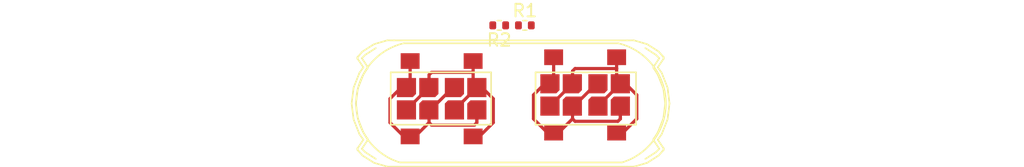
<source format=kicad_pcb>
(kicad_pcb (version 20221018) (generator pcbnew)
  (layers (0 "F.Cu" signal) (31 "B.Cu" signal) (34 "B.Paste" user) (35 "F.Paste" user) (36 "B.SilkS" user "B.Silkscreen") (37 "F.SilkS" user "F.Silkscreen") (38 "B.Mask" user) (39 "F.Mask" user) (44 "Edge.Cuts" user))
  (net 0 "")
  (net 1 "gnd")
  (net 2 "start")
  (net 3 "select")
  (net 4 "vcc")
  (footprint "lib:GBC_START_SELECT_BUTTON" (layer "F.Cu") (at 168.402 77.724 90)
    (fp_text reference "U3" hide)
    (fp_text value "" hide)
    (fp_line (start -3.25 2.75) (end -1.9 4.1) (stroke (width 0.254)) (layer "F.Cu"))
    (fp_line (start -3 -3) (end -3 -2.9) (stroke (width 0.254)) (layer "F.Cu"))
    (fp_line (start -2.9 -2) (end -3 -2) (stroke (width 0.254)) (layer "F.Cu"))
    (fp_line (start -2.1 -0.8) (end -1.9 -1) (stroke (width 0.254)) (layer "F.Cu"))
    (fp_line (start -2.1 2.6) (end -2.1 -0.8) (stroke (width 0.254)) (layer "F.Cu"))
    (fp_line (start -1.9 -4.1) (end -3 -3) (stroke (width 0.254)) (layer "F.Cu"))
    (fp_line (start -1.9 -4.1) (end 0 -4.1) (stroke (width 0.254)) (layer "F.Cu"))
    (fp_line (start -1.9 -1) (end -2.9 -2) (stroke (width 0.254)) (layer "F.Cu"))
    (fp_line (start -1.9 -1) (end -1 -1) (stroke (width 0.254)) (layer "F.Cu"))
    (fp_line (start -1.9 2.8) (end -2.1 2.6) (stroke (width 0.254)) (layer "F.Cu"))
    (fp_line (start -1.9 4.1) (end 0 4.1) (stroke (width 0.254)) (layer "F.Cu"))
    (fp_line (start -1.397 2.794) (end -1.905 2.794) (stroke (width 0.254)) (layer "F.Cu"))
    (fp_line (start -0.9 2.8) (end -1.9 2.8) (stroke (width 0.254)) (layer "F.Cu"))
    (fp_line (start 0 -4.1) (end 1.1 -3) (stroke (width 0.254)) (layer "F.Cu"))
    (fp_line (start 0 4.1) (end 0.9 3.2) (stroke (width 0.254)) (layer "F.Cu"))
    (fp_line (start 0.3302 0.3302) (end -0.4318 -0.4318) (stroke (width 0.254)) (layer "F.Cu"))
    (fp_line (start 0.381 -1.524) (end -0.381 -2.286) (stroke (width 0.254)) (layer "F.Cu"))
    (fp_line (start 0.381 2.286) (end -0.381 1.524) (stroke (width 0.254)) (layer "F.Cu"))
    (fp_line (start 0.9 3.2) (end 0.9 2.8) (stroke (width 0.254)) (layer "F.Cu"))
    (fp_line (start 1 3.25) (end 1 3) (stroke (width 0.254)) (layer "F.Cu"))
    (fp_line (start 1.9 -1) (end 0.9 -1) (stroke (width 0.254)) (layer "F.Cu"))
    (fp_line (start 2.1 -0.8) (end 1.9 -1) (stroke (width 0.254)) (layer "F.Cu"))
    (fp_line (start 2.1 -0.8) (end 2.1 2.5) (stroke (width 0.254)) (layer "F.Cu"))
    (fp_line (start 2.1 2.5) (end 1.2 2.5) (stroke (width 0.254)) (layer "F.Cu"))
    (fp_line (start 2.1 2.5) (end 3 2.5) (stroke (width 0.254)) (layer "F.Cu"))
    (fp_line (start 3 -2.5) (end 0.9 -2.5) (stroke (width 0.254)) (layer "F.Cu"))
    (fp_poly (pts (xy -3.625 3.25) (xy -2.375 3.25) (xy -2.375 1.75) (xy -3.625 1.75)) (fill solid) (layer "F.Cu"))
    (fp_poly (pts (xy -0.127 -2.032) (xy -0.127 -3.556) (xy -1.651 -3.556) (xy -1.651 -2.032)) (fill solid) (layer "F.Cu"))
    (fp_poly (pts (xy 1.651 3.556) (xy 1.651 2.032) (xy 0.127 2.032) (xy 0.127 3.556)) (fill solid) (layer "F.Cu"))
    (fp_poly (pts (xy -0.127 -1.524) (xy -0.127 -0.254) (xy -1.651 -0.254) (xy -1.651 -1.778) (xy -0.381 -1.778)) (fill solid) (layer "F.Cu"))
    (fp_poly (pts (xy -0.127 0.508) (xy -0.127 1.778) (xy -1.651 1.778) (xy -1.651 0.254) (xy -0.381 0.254)) (fill solid) (layer "F.Cu"))
    (fp_poly (pts (xy -0.127 2.286) (xy -0.127 3.556) (xy -1.651 3.556) (xy -1.651 2.032) (xy -0.381 2.032)) (fill solid) (layer "F.Cu"))
    (fp_poly (pts (xy 1.651 -2.032) (xy 0.381 -2.032) (xy 0.127 -2.286) (xy 0.127 -3.556) (xy 1.651 -3.556)) (fill solid) (layer "F.Cu"))
    (fp_poly (pts (xy 1.651 -0.254) (xy 0.381 -0.254) (xy 0.127 -0.508) (xy 0.127 -1.778) (xy 1.651 -1.778)) (fill solid) (layer "F.Cu"))
    (fp_poly (pts (xy 1.651 1.778) (xy 0.381 1.778) (xy 0.127 1.524) (xy 0.127 0.254) (xy 1.651 0.254)) (fill solid) (layer "F.Cu"))
    (pad "1" smd rect (at -3 -2.5 90) (size 1.25 1.5) (layers "F.Cu" "F.Paste" "F.Mask") (net 3 "select"))
    (pad "2" smd rect (at 0 4.07 90) (size 0.05 0.05) (layers "F.Cu") (net 4 "vcc"))
    (pad "3" smd rect (at 3 -2.5 90) (size 1.25 1.5) (layers "F.Cu" "F.Paste" "F.Mask") (net 3 "select"))
    (pad "4" smd rect (at 3 2.5 90) (size 1.25 1.5) (layers "F.Cu" "F.Paste" "F.Mask") (net 4 "vcc"))
  )
  (footprint "lib:GBC_START_SELECT_BUTTON" (layer "F.Cu") (at 179.792 77.422 90)
    (fp_text reference "U2" hide)
    (fp_text value "" hide)
    (fp_line (start -3.25 2.75) (end -1.9 4.1) (stroke (width 0.254)) (layer "F.Cu"))
    (fp_line (start -3 -3) (end -3 -2.9) (stroke (width 0.254)) (layer "F.Cu"))
    (fp_line (start -2.9 -2) (end -3 -2) (stroke (width 0.254)) (layer "F.Cu"))
    (fp_line (start -2.1 -0.8) (end -1.9 -1) (stroke (width 0.254)) (layer "F.Cu"))
    (fp_line (start -2.1 2.6) (end -2.1 -0.8) (stroke (width 0.254)) (layer "F.Cu"))
    (fp_line (start -1.9 -4.1) (end -3 -3) (stroke (width 0.254)) (layer "F.Cu"))
    (fp_line (start -1.9 -4.1) (end 0 -4.1) (stroke (width 0.254)) (layer "F.Cu"))
    (fp_line (start -1.9 -1) (end -2.9 -2) (stroke (width 0.254)) (layer "F.Cu"))
    (fp_line (start -1.9 -1) (end -1 -1) (stroke (width 0.254)) (layer "F.Cu"))
    (fp_line (start -1.9 2.8) (end -2.1 2.6) (stroke (width 0.254)) (layer "F.Cu"))
    (fp_line (start -1.9 4.1) (end 0 4.1) (stroke (width 0.254)) (layer "F.Cu"))
    (fp_line (start -1.397 2.794) (end -1.905 2.794) (stroke (width 0.254)) (layer "F.Cu"))
    (fp_line (start -0.9 2.8) (end -1.9 2.8) (stroke (width 0.254)) (layer "F.Cu"))
    (fp_line (start 0 -4.1) (end 1.1 -3) (stroke (width 0.254)) (layer "F.Cu"))
    (fp_line (start 0 4.1) (end 0.9 3.2) (stroke (width 0.254)) (layer "F.Cu"))
    (fp_line (start 0.3302 0.3302) (end -0.4318 -0.4318) (stroke (width 0.254)) (layer "F.Cu"))
    (fp_line (start 0.381 -1.524) (end -0.381 -2.286) (stroke (width 0.254)) (layer "F.Cu"))
    (fp_line (start 0.381 2.286) (end -0.381 1.524) (stroke (width 0.254)) (layer "F.Cu"))
    (fp_line (start 0.9 3.2) (end 0.9 2.8) (stroke (width 0.254)) (layer "F.Cu"))
    (fp_line (start 1 3.25) (end 1 3) (stroke (width 0.254)) (layer "F.Cu"))
    (fp_line (start 1.9 -1) (end 0.9 -1) (stroke (width 0.254)) (layer "F.Cu"))
    (fp_line (start 2.1 -0.8) (end 1.9 -1) (stroke (width 0.254)) (layer "F.Cu"))
    (fp_line (start 2.1 -0.8) (end 2.1 2.5) (stroke (width 0.254)) (layer "F.Cu"))
    (fp_line (start 2.1 2.5) (end 1.2 2.5) (stroke (width 0.254)) (layer "F.Cu"))
    (fp_line (start 2.1 2.5) (end 3 2.5) (stroke (width 0.254)) (layer "F.Cu"))
    (fp_line (start 3 -2.5) (end 0.9 -2.5) (stroke (width 0.254)) (layer "F.Cu"))
    (fp_poly (pts (xy -3.625 3.25) (xy -2.375 3.25) (xy -2.375 1.75) (xy -3.625 1.75)) (fill solid) (layer "F.Cu"))
    (fp_poly (pts (xy -0.127 -2.032) (xy -0.127 -3.556) (xy -1.651 -3.556) (xy -1.651 -2.032)) (fill solid) (layer "F.Cu"))
    (fp_poly (pts (xy 1.651 3.556) (xy 1.651 2.032) (xy 0.127 2.032) (xy 0.127 3.556)) (fill solid) (layer "F.Cu"))
    (fp_poly (pts (xy -0.127 -1.524) (xy -0.127 -0.254) (xy -1.651 -0.254) (xy -1.651 -1.778) (xy -0.381 -1.778)) (fill solid) (layer "F.Cu"))
    (fp_poly (pts (xy -0.127 0.508) (xy -0.127 1.778) (xy -1.651 1.778) (xy -1.651 0.254) (xy -0.381 0.254)) (fill solid) (layer "F.Cu"))
    (fp_poly (pts (xy -0.127 2.286) (xy -0.127 3.556) (xy -1.651 3.556) (xy -1.651 2.032) (xy -0.381 2.032)) (fill solid) (layer "F.Cu"))
    (fp_poly (pts (xy 1.651 -2.032) (xy 0.381 -2.032) (xy 0.127 -2.286) (xy 0.127 -3.556) (xy 1.651 -3.556)) (fill solid) (layer "F.Cu"))
    (fp_poly (pts (xy 1.651 -0.254) (xy 0.381 -0.254) (xy 0.127 -0.508) (xy 0.127 -1.778) (xy 1.651 -1.778)) (fill solid) (layer "F.Cu"))
    (fp_poly (pts (xy 1.651 1.778) (xy 0.381 1.778) (xy 0.127 1.524) (xy 0.127 0.254) (xy 1.651 0.254)) (fill solid) (layer "F.Cu"))
    (pad "1" smd rect (at -3 -2.5 90) (size 1.25 1.5) (layers "F.Cu" "F.Paste" "F.Mask") (net 2 "start"))
    (pad "2" smd rect (at 0 4.07 90) (size 0.05 0.05) (layers "F.Cu") (net 4 "vcc"))
    (pad "3" smd rect (at 3 -2.5 90) (size 1.25 1.5) (layers "F.Cu" "F.Paste" "F.Mask") (net 2 "start"))
    (pad "4" smd rect (at 3 2.5 90) (size 1.25 1.5) (layers "F.Cu" "F.Paste" "F.Mask") (net 4 "vcc"))
  )
  (footprint "lib:R0402" (layer "F.Cu") (at 175.008 71.882)
    (fp_text reference "R1" (at 0 -1.17) (layer "F.SilkS"))
    (fp_text value "62.5mW Thick Film Resistors 50V ±100ppm/℃ ±1% 10kΩ 0402  Chip Resistor - Surface Mount ROHS")
    (fp_line (start -0.153641 -0.38) (end 0.153641 -0.38) (stroke (width 0.12)) (layer "F.SilkS"))
    (fp_line (start -0.153641 0.38) (end 0.153641 0.38) (stroke (width 0.12)) (layer "F.SilkS"))
    (pad "1" smd roundrect (at -0.51 0) (size 0.54 0.64) (layers "F.Cu" "F.Paste" "F.Mask") (net 1 "gnd"))
    (pad "2" smd roundrect (at 0.51 0) (size 0.54 0.64) (layers "F.Cu" "F.Paste" "F.Mask") (net 2 "start"))
  )
  (footprint "lib:GAMEBOY_COLOR_START_SELECT_MEMBRANE" (layer "F.Cu") (at 173.6252 77.7419)
    (fp_text reference "U1" hide)
    (fp_text value "" hide)
    (fp_line (start -12.3687 0.363) (end -12.2528 -0.562) (stroke (width 0.127)) (layer "F.SilkS"))
    (fp_line (start -12.2528 -0.562) (end -12.2105 -0.8996) (stroke (width 0.127)) (layer "F.SilkS"))
    (fp_line (start -12.2528 1.288) (end -12.3687 0.363) (stroke (width 0.127)) (layer "F.SilkS"))
    (fp_line (start -12.2105 -0.8996) (end -11.7457 -2.0841) (stroke (width 0.127)) (layer "F.SilkS"))
    (fp_line (start -12.2105 1.6256) (end -12.2528 1.288) (stroke (width 0.127)) (layer "F.SilkS"))
    (fp_line (start -12.025 0.363) (end -11.9843 0.688) (stroke (width 0.127)) (layer "F.SilkS"))
    (fp_line (start -11.9843 0.038) (end -12.025 0.363) (stroke (width 0.127)) (layer "F.SilkS"))
    (fp_line (start -11.9843 0.688) (end -11.8775 1.5408) (stroke (width 0.127)) (layer "F.SilkS"))
    (fp_line (start -11.9124 -3.2301) (end -11.9041 -3.2717) (stroke (width 0.127)) (layer "F.SilkS"))
    (fp_line (start -11.9124 3.9561) (end -11.8998 3.9372) (stroke (width 0.127)) (layer "F.SilkS"))
    (fp_line (start -11.9071 -3.3141) (end -11.8922 -3.3313) (stroke (width 0.127)) (layer "F.SilkS"))
    (fp_line (start -11.9071 4.0401) (end -11.9041 3.9977) (stroke (width 0.127)) (layer "F.SilkS"))
    (fp_line (start -11.9041 -3.2717) (end -11.9071 -3.3141) (stroke (width 0.127)) (layer "F.SilkS"))
    (fp_line (start -11.9041 3.9977) (end -11.9124 3.9561) (stroke (width 0.127)) (layer "F.SilkS"))
    (fp_line (start -11.8998 -3.2112) (end -11.9124 -3.2301) (stroke (width 0.127)) (layer "F.SilkS"))
    (fp_line (start -11.8998 3.9372) (end -11.8982 3.9145) (stroke (width 0.127)) (layer "F.SilkS"))
    (fp_line (start -11.8982 -3.1885) (end -11.8998 -3.2112) (stroke (width 0.127)) (layer "F.SilkS"))
    (fp_line (start -11.8982 3.9145) (end -11.8661 3.8866) (stroke (width 0.127)) (layer "F.SilkS"))
    (fp_line (start -11.8922 -3.3313) (end -11.8877 -3.3535) (stroke (width 0.127)) (layer "F.SilkS"))
    (fp_line (start -11.8922 4.0573) (end -11.9071 4.0401) (stroke (width 0.127)) (layer "F.SilkS"))
    (fp_line (start -11.8877 -3.3535) (end -11.8524 -3.3771) (stroke (width 0.127)) (layer "F.SilkS"))
    (fp_line (start -11.8877 4.0795) (end -11.8922 4.0573) (stroke (width 0.127)) (layer "F.SilkS"))
    (fp_line (start -11.8775 -0.8148) (end -11.9843 0.038) (stroke (width 0.127)) (layer "F.SilkS"))
    (fp_line (start -11.8775 1.5408) (end -11.7805 1.788) (stroke (width 0.127)) (layer "F.SilkS"))
    (fp_line (start -11.8661 -3.1606) (end -11.8982 -3.1885) (stroke (width 0.127)) (layer "F.SilkS"))
    (fp_line (start -11.8661 3.8866) (end -11.4358 3.2413) (stroke (width 0.127)) (layer "F.SilkS"))
    (fp_line (start -11.8524 -3.3771) (end -11.8221 -3.412) (stroke (width 0.127)) (layer "F.SilkS"))
    (fp_line (start -11.8524 4.1031) (end -11.8877 4.0795) (stroke (width 0.127)) (layer "F.SilkS"))
    (fp_line (start -11.8221 -3.412) (end -11.5087 -3.773) (stroke (width 0.127)) (layer "F.SilkS"))
    (fp_line (start -11.8221 4.138) (end -11.8524 4.1031) (stroke (width 0.127)) (layer "F.SilkS"))
    (fp_line (start -11.7805 1.788) (end -11.4862 2.538) (stroke (width 0.127)) (layer "F.SilkS"))
    (fp_line (start -11.7457 -2.0841) (end -11.4358 -2.5153) (stroke (width 0.127)) (layer "F.SilkS"))
    (fp_line (start -11.7457 2.8101) (end -12.2105 1.6256) (stroke (width 0.127)) (layer "F.SilkS"))
    (fp_line (start -11.5556 -3.2428) (end -11.1399 -2.6193) (stroke (width 0.127)) (layer "F.SilkS"))
    (fp_line (start -11.5556 3.9688) (end -11.2843 4.2395) (stroke (width 0.127)) (layer "F.SilkS"))
    (fp_line (start -11.5087 -3.773) (end -10.5913 -4.3606) (stroke (width 0.127)) (layer "F.SilkS"))
    (fp_line (start -11.5087 4.499) (end -11.8221 4.138) (stroke (width 0.127)) (layer "F.SilkS"))
    (fp_line (start -11.4862 2.538) (end -11.4439 2.6458) (stroke (width 0.127)) (layer "F.SilkS"))
    (fp_line (start -11.4439 -1.9197) (end -11.8775 -0.8148) (stroke (width 0.127)) (layer "F.SilkS"))
    (fp_line (start -11.4439 2.6458) (end -11.1402 3.1292) (stroke (width 0.127)) (layer "F.SilkS"))
    (fp_line (start -11.4358 -2.5153) (end -11.8661 -3.1606) (stroke (width 0.127)) (layer "F.SilkS"))
    (fp_line (start -11.4358 3.2413) (end -11.7457 2.8101) (stroke (width 0.127)) (layer "F.SilkS"))
    (fp_line (start -11.2843 -3.5135) (end -11.5556 -3.2428) (stroke (width 0.127)) (layer "F.SilkS"))
    (fp_line (start -11.2843 4.2395) (end -10.4493 4.7743) (stroke (width 0.127)) (layer "F.SilkS"))
    (fp_line (start -11.1402 -2.4032) (end -11.4439 -1.9197) (stroke (width 0.127)) (layer "F.SilkS"))
    (fp_line (start -11.1402 3.1292) (end -11.1143 3.1465) (stroke (width 0.127)) (layer "F.SilkS"))
    (fp_line (start -11.1399 -2.6193) (end -11.1112 -2.5987) (stroke (width 0.127)) (layer "F.SilkS"))
    (fp_line (start -11.1399 3.3453) (end -11.5556 3.9688) (stroke (width 0.127)) (layer "F.SilkS"))
    (fp_line (start -11.1143 -2.4204) (end -11.1402 -2.4032) (stroke (width 0.127)) (layer "F.SilkS"))
    (fp_line (start -11.1143 3.1465) (end -11.1084 3.176) (stroke (width 0.127)) (layer "F.SilkS"))
    (fp_line (start -11.1112 -2.5987) (end -11.1063 -2.569) (stroke (width 0.127)) (layer "F.SilkS"))
    (fp_line (start -11.1112 3.3247) (end -11.1399 3.3453) (stroke (width 0.127)) (layer "F.SilkS"))
    (fp_line (start -11.1084 -2.45) (end -11.1143 -2.4204) (stroke (width 0.127)) (layer "F.SilkS"))
    (fp_line (start -11.1084 3.176) (end -11.0908 3.2004) (stroke (width 0.127)) (layer "F.SilkS"))
    (fp_line (start -11.1063 -2.569) (end -11.0896 -2.5439) (stroke (width 0.127)) (layer "F.SilkS"))
    (fp_line (start -11.1063 3.295) (end -11.1112 3.3247) (stroke (width 0.127)) (layer "F.SilkS"))
    (fp_line (start -11.0965 -2.5093) (end -11.0908 -2.4744) (stroke (width 0.127)) (layer "F.SilkS"))
    (fp_line (start -11.0965 3.2353) (end -11.0896 3.2699) (stroke (width 0.127)) (layer "F.SilkS"))
    (fp_line (start -11.0908 -2.4744) (end -11.1084 -2.45) (stroke (width 0.127)) (layer "F.SilkS"))
    (fp_line (start -11.0908 3.2004) (end -11.0965 3.2353) (stroke (width 0.127)) (layer "F.SilkS"))
    (fp_line (start -11.0896 -2.5439) (end -11.0965 -2.5093) (stroke (width 0.127)) (layer "F.SilkS"))
    (fp_line (start -11.0896 3.2699) (end -11.1063 3.295) (stroke (width 0.127)) (layer "F.SilkS"))
    (fp_line (start -10.5922 5.086) (end -11.5087 4.499) (stroke (width 0.127)) (layer "F.SilkS"))
    (fp_line (start -10.5922 5.086) (end -9.521 5.39) (stroke (width 0.127)) (layer "F.SilkS"))
    (fp_line (start -10.5913 -4.3606) (end -10.5865 -4.362) (stroke (width 0.127)) (layer "F.SilkS"))
    (fp_line (start -10.5865 -4.362) (end -9.5453 -4.6654) (stroke (width 0.127)) (layer "F.SilkS"))
    (fp_line (start -10.4493 -4.0483) (end -11.2843 -3.5135) (stroke (width 0.127)) (layer "F.SilkS"))
    (fp_line (start -9.5453 -4.6654) (end -9.0006 -4.664) (stroke (width 0.127)) (layer "F.SilkS"))
    (fp_line (start -9.267859 -2.120859) (end -1.295 -2.120859) (stroke (width 0.127)) (layer "F.SilkS"))
    (fp_line (start -9.267859 2.052) (end -9.267859 -2.120859) (stroke (width 0.127)) (layer "F.SilkS"))
    (fp_line (start -9.0006 -4.664) (end 9.4986 -4.664) (stroke (width 0.127)) (layer "F.SilkS"))
    (fp_line (start -8.243709 -4.431131) (end 8.803709 -4.431131) (stroke (width 0.127)) (layer "F.SilkS"))
    (fp_line (start -1.295 -2.120859) (end -1.295 2.052) (stroke (width 0.127)) (layer "F.SilkS"))
    (fp_line (start -1.295 2.052) (end -9.267859 2.052) (stroke (width 0.127)) (layer "F.SilkS"))
    (fp_line (start 2.23214 -2.120859) (end 10.205 -2.120859) (stroke (width 0.127)) (layer "F.SilkS"))
    (fp_line (start 2.23214 2.052) (end 2.23214 -2.120859) (stroke (width 0.127)) (layer "F.SilkS"))
    (fp_line (start 9.101409 5.053681) (end -8.541409 5.053681) (stroke (width 0.127)) (layer "F.SilkS"))
    (fp_line (start 9.4986 -4.664) (end 10.0433 -4.6654) (stroke (width 0.127)) (layer "F.SilkS"))
    (fp_line (start 9.4986 5.39) (end -9.521 5.39) (stroke (width 0.127)) (layer "F.SilkS"))
    (fp_line (start 10.0433 -4.6654) (end 11.0845 -4.362) (stroke (width 0.127)) (layer "F.SilkS"))
    (fp_line (start 10.0433 5.3914) (end 9.4986 5.39) (stroke (width 0.127)) (layer "F.SilkS"))
    (fp_line (start 10.205 -2.120859) (end 10.205 2.052) (stroke (width 0.127)) (layer "F.SilkS"))
    (fp_line (start 10.205 2.052) (end 2.23214 2.052) (stroke (width 0.127)) (layer "F.SilkS"))
    (fp_line (start 10.9473 4.7743) (end 11.7823 4.2395) (stroke (width 0.127)) (layer "F.SilkS"))
    (fp_line (start 11.0845 -4.362) (end 11.0893 -4.3606) (stroke (width 0.127)) (layer "F.SilkS"))
    (fp_line (start 11.0845 5.088) (end 10.0433 5.3914) (stroke (width 0.127)) (layer "F.SilkS"))
    (fp_line (start 11.0893 -4.3606) (end 12.0067 -3.773) (stroke (width 0.127)) (layer "F.SilkS"))
    (fp_line (start 11.0893 5.0866) (end 11.0845 5.088) (stroke (width 0.127)) (layer "F.SilkS"))
    (fp_line (start 11.5876 -2.5439) (end 11.6043 -2.569) (stroke (width 0.127)) (layer "F.SilkS"))
    (fp_line (start 11.5876 3.2699) (end 11.5945 3.2353) (stroke (width 0.127)) (layer "F.SilkS"))
    (fp_line (start 11.5888 -2.4744) (end 11.5945 -2.5093) (stroke (width 0.127)) (layer "F.SilkS"))
    (fp_line (start 11.5888 3.2004) (end 11.6064 3.176) (stroke (width 0.127)) (layer "F.SilkS"))
    (fp_line (start 11.5945 -2.5093) (end 11.5876 -2.5439) (stroke (width 0.127)) (layer "F.SilkS"))
    (fp_line (start 11.5945 3.2353) (end 11.5888 3.2004) (stroke (width 0.127)) (layer "F.SilkS"))
    (fp_line (start 11.6043 -2.569) (end 11.6092 -2.5987) (stroke (width 0.127)) (layer "F.SilkS"))
    (fp_line (start 11.6043 3.295) (end 11.5876 3.2699) (stroke (width 0.127)) (layer "F.SilkS"))
    (fp_line (start 11.6064 -2.45) (end 11.5888 -2.4744) (stroke (width 0.127)) (layer "F.SilkS"))
    (fp_line (start 11.6064 3.176) (end 11.6123 3.1465) (stroke (width 0.127)) (layer "F.SilkS"))
    (fp_line (start 11.6092 -2.5987) (end 11.6379 -2.6193) (stroke (width 0.127)) (layer "F.SilkS"))
    (fp_line (start 11.6092 3.3247) (end 11.6043 3.295) (stroke (width 0.127)) (layer "F.SilkS"))
    (fp_line (start 11.6123 -2.4204) (end 11.6064 -2.45) (stroke (width 0.127)) (layer "F.SilkS"))
    (fp_line (start 11.6123 3.1465) (end 11.6382 3.1292) (stroke (width 0.127)) (layer "F.SilkS"))
    (fp_line (start 11.6379 -2.6193) (end 12.0536 -3.2428) (stroke (width 0.127)) (layer "F.SilkS"))
    (fp_line (start 11.6379 3.3453) (end 11.6092 3.3247) (stroke (width 0.127)) (layer "F.SilkS"))
    (fp_line (start 11.6382 -2.4032) (end 11.6123 -2.4204) (stroke (width 0.127)) (layer "F.SilkS"))
    (fp_line (start 11.6382 3.1292) (end 11.9419 2.6457) (stroke (width 0.127)) (layer "F.SilkS"))
    (fp_line (start 11.7823 -3.5135) (end 10.9473 -4.0483) (stroke (width 0.127)) (layer "F.SilkS"))
    (fp_line (start 11.7823 4.2395) (end 12.0536 3.9688) (stroke (width 0.127)) (layer "F.SilkS"))
    (fp_line (start 11.9339 -2.5153) (end 12.2437 -2.0841) (stroke (width 0.127)) (layer "F.SilkS"))
    (fp_line (start 11.9339 3.2413) (end 12.3641 3.8866) (stroke (width 0.127)) (layer "F.SilkS"))
    (fp_line (start 11.9419 -1.9197) (end 11.6382 -2.4032) (stroke (width 0.127)) (layer "F.SilkS"))
    (fp_line (start 11.9419 2.6457) (end 12.3755 1.5408) (stroke (width 0.127)) (layer "F.SilkS"))
    (fp_line (start 12.0067 -3.773) (end 12.3201 -3.412) (stroke (width 0.127)) (layer "F.SilkS"))
    (fp_line (start 12.0067 4.499) (end 11.0893 5.0866) (stroke (width 0.127)) (layer "F.SilkS"))
    (fp_line (start 12.0536 -3.2428) (end 11.7823 -3.5135) (stroke (width 0.127)) (layer "F.SilkS"))
    (fp_line (start 12.0536 3.9688) (end 11.6379 3.3453) (stroke (width 0.127)) (layer "F.SilkS"))
    (fp_line (start 12.2437 -2.0841) (end 12.7085 -0.8996) (stroke (width 0.127)) (layer "F.SilkS"))
    (fp_line (start 12.2437 2.8101) (end 11.9339 3.2413) (stroke (width 0.127)) (layer "F.SilkS"))
    (fp_line (start 12.3201 -3.412) (end 12.3504 -3.3771) (stroke (width 0.127)) (layer "F.SilkS"))
    (fp_line (start 12.3201 4.138) (end 12.0067 4.499) (stroke (width 0.127)) (layer "F.SilkS"))
    (fp_line (start 12.3504 -3.3771) (end 12.3857 -3.3535) (stroke (width 0.127)) (layer "F.SilkS"))
    (fp_line (start 12.3504 4.1031) (end 12.3201 4.138) (stroke (width 0.127)) (layer "F.SilkS"))
    (fp_line (start 12.3641 -3.1607) (end 11.9339 -2.5153) (stroke (width 0.127)) (layer "F.SilkS"))
    (fp_line (start 12.3641 3.8866) (end 12.3962 3.9145) (stroke (width 0.127)) (layer "F.SilkS"))
    (fp_line (start 12.3755 -0.8148) (end 11.9419 -1.9197) (stroke (width 0.127)) (layer "F.SilkS"))
    (fp_line (start 12.3755 1.5408) (end 12.4823 0.688) (stroke (width 0.127)) (layer "F.SilkS"))
    (fp_line (start 12.3857 -3.3535) (end 12.3902 -3.3313) (stroke (width 0.127)) (layer "F.SilkS"))
    (fp_line (start 12.3857 4.0795) (end 12.3504 4.1031) (stroke (width 0.127)) (layer "F.SilkS"))
    (fp_line (start 12.3902 -3.3313) (end 12.4051 -3.3141) (stroke (width 0.127)) (layer "F.SilkS"))
    (fp_line (start 12.3902 4.0573) (end 12.3857 4.0795) (stroke (width 0.127)) (layer "F.SilkS"))
    (fp_line (start 12.3962 -3.1885) (end 12.3641 -3.1607) (stroke (width 0.127)) (layer "F.SilkS"))
    (fp_line (start 12.3962 3.9145) (end 12.3978 3.9372) (stroke (width 0.127)) (layer "F.SilkS"))
    (fp_line (start 12.3978 -3.2112) (end 12.3962 -3.1885) (stroke (width 0.127)) (layer "F.SilkS"))
    (fp_line (start 12.3978 3.9372) (end 12.4104 3.9561) (stroke (width 0.127)) (layer "F.SilkS"))
    (fp_line (start 12.4021 -3.2717) (end 12.4104 -3.2301) (stroke (width 0.127)) (layer "F.SilkS"))
    (fp_line (start 12.4021 3.9977) (end 12.4051 4.0401) (stroke (width 0.127)) (layer "F.SilkS"))
    (fp_line (start 12.4051 -3.3141) (end 12.4021 -3.2717) (stroke (width 0.127)) (layer "F.SilkS"))
    (fp_line (start 12.4051 4.0401) (end 12.3902 4.0573) (stroke (width 0.127)) (layer "F.SilkS"))
    (fp_line (start 12.4104 -3.2301) (end 12.3978 -3.2112) (stroke (width 0.127)) (layer "F.SilkS"))
    (fp_line (start 12.4104 3.9561) (end 12.4021 3.9977) (stroke (width 0.127)) (layer "F.SilkS"))
    (fp_line (start 12.4823 0.038) (end 12.3755 -0.8148) (stroke (width 0.127)) (layer "F.SilkS"))
    (fp_line (start 12.4823 0.688) (end 12.523 0.363) (stroke (width 0.127)) (layer "F.SilkS"))
    (fp_line (start 12.523 0.363) (end 12.4823 0.038) (stroke (width 0.127)) (layer "F.SilkS"))
    (fp_line (start 12.7085 -0.8996) (end 12.7508 -0.562) (stroke (width 0.127)) (layer "F.SilkS"))
    (fp_line (start 12.7085 1.6256) (end 12.2437 2.8101) (stroke (width 0.127)) (layer "F.SilkS"))
    (fp_line (start 12.7508 -0.562) (end 12.8667 0.363) (stroke (width 0.127)) (layer "F.SilkS"))
    (fp_line (start 12.7508 1.288) (end 12.7085 1.6256) (stroke (width 0.127)) (layer "F.SilkS"))
    (fp_line (start 12.8667 0.363) (end 12.7508 1.288) (stroke (width 0.127)) (layer "F.SilkS"))
    (fp_arc (start -8.541409 5.053681) (mid -12.011849 0.197675) (end -8.243708 -4.431133) (stroke (width 0.127)) (layer "F.SilkS"))
    (fp_arc (start 8.803709 -4.431131) (mid 12.571848 0.197676) (end 9.101408 5.05368) (stroke (width 0.127)) (layer "F.SilkS"))
  )
  (footprint "lib:R0402" (layer "F.Cu") (at 172.972 71.882 180)
    (fp_text reference "R2" (at 0 -1.17) (layer "F.SilkS"))
    (fp_text value "62.5mW Thick Film Resistors 50V ±100ppm/℃ ±1% 10kΩ 0402  Chip Resistor - Surface Mount ROHS")
    (fp_line (start -0.153641 -0.38) (end 0.153641 -0.38) (stroke (width 0.12)) (layer "F.SilkS"))
    (fp_line (start -0.153641 0.38) (end 0.153641 0.38) (stroke (width 0.12)) (layer "F.SilkS"))
    (pad "1" smd roundrect (at -0.51 0 180) (size 0.54 0.64) (layers "F.Cu" "F.Paste" "F.Mask") (net 1 "gnd"))
    (pad "2" smd roundrect (at 0.51 0 180) (size 0.54 0.64) (layers "F.Cu" "F.Paste" "F.Mask") (net 3 "select"))
  )
)
</source>
